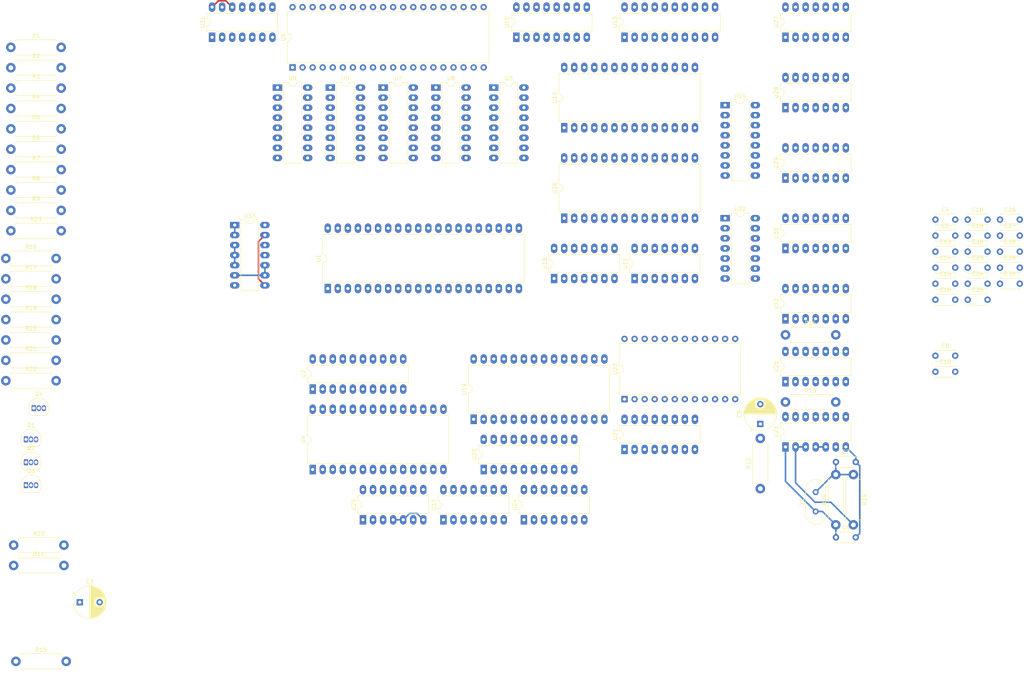
<source format=kicad_pcb>
(kicad_pcb (version 20221018) (generator pcbnew)
  (layers (0 "F.Cu" signal) (31 "B.Cu" signal) (34 "B.Paste" user) (35 "F.Paste" user) (36 "B.SilkS" user "B.Silkscreen") (37 "F.SilkS" user "F.Silkscreen") (38 "B.Mask" user) (39 "F.Mask" user) (44 "Edge.Cuts" user))
  (net 0 "")
  (net 1 "Net-(D4-A)")
  (net 2 "Net-(Q1-B)")
  (net 3 "GND")
  (net 4 "/RX")
  (net 5 "Net-(D6-K)")
  (net 6 "/DOUT#")
  (net 7 "Net-(Q3-B)")
  (net 8 "+5V")
  (net 9 "Net-(Q4-B)")
  (net 10 "Net-(Q4-E)")
  (net 11 "/~{40Z}")
  (net 12 "+12V")
  (net 13 "/DOUT")
  (net 14 "/DIN")
  (net 15 "/TX")
  (net 16 "/GA0")
  (net 17 "Net-(D2-K)")
  (net 18 "Net-(D9-A)")
  (net 19 "Net-(C9-Pad1)")
  (net 20 "/Clock/GRAPH")
  (net 21 "/E")
  (net 22 "Net-(D10-A)")
  (net 23 "Net-(D11-A)")
  (net 24 "Net-(J6-In)")
  (net 25 "Net-(D12-A)")
  (net 26 "Net-(R22-Pad1)")
  (net 27 "/~{IRQ}")
  (net 28 "/A3")
  (net 29 "/D3")
  (net 30 "/D4")
  (net 31 "/A4")
  (net 32 "/A0")
  (net 33 "/D0")
  (net 34 "/D5")
  (net 35 "/A5")
  (net 36 "/A6")
  (net 37 "/D6")
  (net 38 "/D7")
  (net 39 "/A7")
  (net 40 "/A1")
  (net 41 "/D1")
  (net 42 "/D2")
  (net 43 "/A2")
  (net 44 "Net-(U3A-E)")
  (net 45 "/A12")
  (net 46 "/A13")
  (net 47 "/~{ACIA}")
  (net 49 "/~{CRT}")
  (net 51 "/~{CEROM}")
  (net 52 "/~{GRAM}")
  (net 53 "/~{TRAM}")
  (net 54 "/A15")
  (net 55 "/A14")
  (net 56 "/A10")
  (net 57 "/A11")
  (net 58 "/A9")
  (net 59 "/A8")
  (net 61 "/Video/V{slash}~{C}")
  (net 62 "/Video/V0")
  (net 63 "/GA1")
  (net 64 "/Video/V1")
  (net 65 "/GA2")
  (net 66 "/GA3")
  (net 67 "/Video/V2")
  (net 68 "/GA4")
  (net 69 "/Video/V3")
  (net 70 "/~{RST}")
  (net 71 "/Video/V4")
  (net 72 "/Video/V5")
  (net 73 "/Video/V6")
  (net 74 "/Video/V7")
  (net 75 "/Video/V8")
  (net 76 "/Video/V9")
  (net 77 "/Video/V10")
  (net 78 "/Video/V11")
  (net 81 "/Graphics/BL")
  (net 82 "/Graphics/CRV")
  (net 83 "/~{E}")
  (net 84 "/R{slash}~{W}")
  (net 86 "/Graphics/R3")
  (net 87 "/Video/R2")
  (net 88 "/Video/R1")
  (net 89 "/Video/R0")
  (net 90 "Net-(U6-HS)")
  (net 91 "Net-(U6-VS)")
  (net 92 "/GA5")
  (net 93 "/TA6")
  (net 94 "/TA7")
  (net 95 "/TA9")
  (net 96 "/TA8")
  (net 97 "/TA11")
  (net 98 "/TA10")
  (net 99 "/GA7")
  (net 100 "/GA6")
  (net 101 "/GA8")
  (net 102 "/GA9")
  (net 103 "/GA10")
  (net 104 "/GA11")
  (net 105 "/GA12")
  (net 106 "/GA13")
  (net 107 "Net-(U11-Pad3)")
  (net 108 "Net-(U17A-Q)")
  (net 109 "/Graphics/TDAT")
  (net 110 "Net-(U11-Pad6)")
  (net 111 "/SCI")
  (net 112 "Net-(U27-Q0)")
  (net 113 "Net-(U16-~{CS1})")
  (net 114 "/TEXT")
  (net 115 "Net-(U12-Pad5)")
  (net 116 "Net-(U12-Pad6)")
  (net 117 "/CPUCLK")
  (net 118 "Net-(U29A-J)")
  (net 119 "Net-(U28B-~{Q})")
  (net 120 "/Clock/~{GRAPH}")
  (net 121 "/Graphics/~{GWR}")
  (net 122 "/Graphics/GD7")
  (net 123 "/Graphics/GD6")
  (net 124 "/Graphics/GD0")
  (net 125 "/Graphics/GD5")
  (net 126 "/Graphics/GD1")
  (net 127 "/Graphics/GD4")
  (net 128 "/Graphics/GD2")
  (net 129 "/Graphics/GD3")
  (net 130 "/~{LD}")
  (net 131 "/DOTCLK")
  (net 133 "/Graphics/GDAT")
  (net 136 "Net-(U17B-Q)")
  (net 137 "/~{WR}")
  (net 138 "/Graphics/~{TWR}")
  (net 139 "/Graphics/CI")
  (net 140 "Net-(U24B-~{R})")
  (net 141 "Net-(U24B-~{S})")
  (net 142 "Net-(U24A-Q)")
  (net 143 "/GTEXT")
  (net 144 "/Graphics/TD0")
  (net 145 "/Graphics/TD1")
  (net 146 "/Graphics/TD2")
  (net 147 "/Graphics/TD3")
  (net 148 "/Graphics/TD4")
  (net 149 "/Graphics/TD5")
  (net 150 "/Graphics/TD6")
  (net 151 "/Graphics/TD7")
  (net 152 "/Graphics/PX2")
  (net 153 "/Graphics/PX3")
  (net 154 "/Graphics/PX4")
  (net 155 "/Graphics/PX5")
  (net 157 "/Graphics/PX0")
  (net 158 "/Graphics/PX1")
  (net 159 "/Graphics/R2")
  (net 160 "/Graphics/R1")
  (net 161 "/Graphics/R0")
  (net 162 "/Graphics/SI")
  (net 163 "/OPT")
  (net 164 "Net-(C6-Pad1)")
  (net 165 "Net-(C7-Pad1)")
  (net 166 "Net-(U23-Pad4)")
  (net 167 "Net-(U26-Cp0)")
  (net 168 "Net-(U27-Mr1)")
  (net 169 "Net-(U23-Pad12)")
  (net 170 "Net-(U24A-~{S})")
  (net 173 "Net-(U24B-Q)")
  (net 174 "/GRAPH")
  (net 175 "Net-(U25-Pad11)")
  (net 179 "Net-(U26-Q1)")
  (net 181 "Net-(U26-Cp1)")
  (net 186 "Net-(U27-Cp0)")
  (net 187 "Net-(U28A-Q)")
  (net 189 "Net-(U28A-C)")
  (net 190 "Net-(U29A-~{Q})")
  (net 191 "Net-(U29A-Q)")
  (net 193 "Net-(U30-Pad3)")
  (net 194 "Net-(U30-Pad5)")
  (net 196 "/P22")
  (net 200 "Net-(R25-Pad2)")
  (net 201 "Net-(JP1-A)")
  (net 202 "Net-(JP1-C)")
  (net 203 "Net-(U11-Pad2)")
  (net 204 "Net-(U12-Pad3)")
  (net 206 "Net-(JP1-B)")
  (net 207 "Net-(U31-Pad3)")
  (net 208 "Net-(U25-Pad1)")
  (net 209 "/Graphics/CSYN")
  (net 210 "Net-(U33-Pad3)")
  (net 211 "Net-(U33-Pad10)")
  (net 212 "Net-(U33-Pad13)")
  (footprint "Resistor_THT:R_Axial_DIN0411_L9.9mm_D3.6mm_P12.70mm_Horizontal" (layer "F.Cu") (at 24.13 190.71)
    (fp_text reference "R15")
    (fp_text value "1k2")
  )
  (footprint "Capacitor_THT:C_Disc_D4.7mm_W2.5mm_P5.00mm" (layer "F.Cu") (at 264.45 83.13)
    (fp_text reference "C19")
    (fp_text value "100n")
  )
  (footprint "Capacitor_THT:C_Disc_D4.7mm_W2.5mm_P5.00mm" (layer "F.Cu") (at 264.45 99.33)
    (fp_text reference "C25")
    (fp_text value "22n")
  )
  (footprint "Capacitor_THT:C_Disc_D4.7mm_W2.5mm_P5.00mm" (layer "F.Cu") (at 272.6 83.13)
    (fp_text reference "C27")
    (fp_text value "100n")
  )
  (footprint "Package_DIP:DIP-40_W15.24mm" (layer "F.Cu") (at 93.98 40.64 90)
    (fp_text reference "U6")
    (fp_text value "MC6845")
  )
  (footprint "Package_DIP:DIP-14_W7.62mm_LongPads" (layer "F.Cu") (at 111.76 154.94 90)
    (fp_text reference "U25")
    (fp_text value "74LS00")
  )
  (footprint "Capacitor_THT:CP_Radial_D8.0mm_P5.00mm" (layer "F.Cu") (at 40.269349 175.768)
    (fp_text reference "C3")
    (fp_text value "47u/25")
  )
  (footprint "Capacitor_THT:CP_Radial_D8.0mm_P5.00mm" (layer "F.Cu") (at 212.09 130.73 90)
    (fp_text reference "C9")
    (fp_text value "47u")
  )
  (footprint "Package_DIP:DIP-20_W7.62mm_LongPads" (layer "F.Cu") (at 99.06 121.92 90)
    (fp_text reference "U2")
    (fp_text value "74LS373")
  )
  (footprint "Capacitor_THT:C_Disc_D4.7mm_W2.5mm_P5.00mm" (layer "F.Cu") (at 256.3 91.23)
    (fp_text reference "C14")
    (fp_text value "100n")
  )
  (footprint "Capacitor_THT:C_Disc_D4.7mm_W2.5mm_P5.00mm" (layer "F.Cu") (at 256.3 99.33)
    (fp_text reference "C16")
    (fp_text value "100n")
  )
  (footprint "Resistor_THT:R_Axial_DIN0411_L9.9mm_D3.6mm_P12.70mm_Horizontal" (layer "F.Cu") (at 235.585 143.51 -90)
    (fp_text reference "R25")
    (fp_text value "1k2")
  )
  (footprint "Package_DIP:DIP-16_W7.62mm_LongPads" (layer "F.Cu") (at 130.175 45.72)
    (fp_text reference "U8")
    (fp_text value "74LS257")
  )
  (footprint "Package_DIP:DIP-14_W7.62mm_LongPads" (layer "F.Cu") (at 218.44 86.36 90)
    (fp_text reference "U30")
    (fp_text value "74LS00")
  )
  (footprint "Package_DIP:DIP-14_W7.62mm_LongPads" (layer "F.Cu") (at 218.44 104.14 90)
    (fp_text reference "U12")
    (fp_text value "74LS00")
  )
  (footprint "Capacitor_THT:C_Disc_D4.7mm_W2.5mm_P5.00mm" (layer "F.Cu") (at 264.45 87.18)
    (fp_text reference "C20")
    (fp_text value "100n")
  )
  (footprint "Capacitor_THT:C_Disc_D4.7mm_W2.5mm_P5.00mm" (layer "F.Cu") (at 256.3 113.48)
    (fp_text reference "C8")
    (fp_text value "100n")
  )
  (footprint "Package_DIP:DIP-20_W7.62mm_LongPads" (layer "F.Cu") (at 142.24 142.24 90)
    (fp_text reference "U20")
    (fp_text value "74LS245")
  )
  (footprint "Resistor_THT:R_Axial_DIN0411_L9.9mm_D3.6mm_P12.70mm_Horizontal" (layer "F.Cu") (at 22.86 35.56)
    (fp_text reference "R1")
    (fp_text value "2k2")
  )
  (footprint "Resistor_THT:R_Axial_DIN0411_L9.9mm_D3.6mm_P12.70mm_Horizontal" (layer "F.Cu") (at 21.59 114.65)
    (fp_text reference "R21")
    (fp_text value "1k")
  )
  (footprint "Package_DIP:DIP-14_W7.62mm_LongPads" (layer "F.Cu") (at 218.44 33.02 90)
    (fp_text reference "U27")
    (fp_text value "74LS293")
  )
  (footprint "Resistor_THT:R_Axial_DIN0411_L9.9mm_D3.6mm_P12.70mm_Horizontal" (layer "F.Cu") (at 21.59 104.35)
    (fp_text reference "R19")
    (fp_text value "82E")
  )
  (footprint "Crystal:Crystal_HC49-U_Vertical" (layer "F.Cu") (at 226.06 152.835 90)
    (fp_text reference "Y1")
    (fp_text value "19M66")
  )
  (footprint "Capacitor_THT:C_Disc_D4.7mm_W2.5mm_P5.00mm" (layer "F.Cu") (at 231.18 159.385)
    (fp_text reference "C6")
    (fp_text value "22p")
  )
  (footprint "Package_DIP:DIP-14_W7.62mm_LongPads" (layer "F.Cu") (at 152.4 154.94 90)
    (fp_text reference "U24")
    (fp_text value "74LS74")
  )
  (footprint "Package_DIP:DIP-24_W15.24mm" (layer "F.Cu") (at 177.8 124.46 90)
    (fp_text reference "U22")
    (fp_text value "27C32")
  )
  (footprint "Package_DIP:DIP-14_W7.62mm_LongPads" (layer "F.Cu") (at 218.44 136.525 90)
    (fp_text reference "U23")
    (fp_text value "74HC04")
  )
  (footprint "Capacitor_THT:C_Disc_D4.7mm_W2.5mm_P5.00mm" (layer "F.Cu") (at 264.45 79.08)
    (fp_text reference "C18")
    (fp_text value "100n")
  )
  (footprint "Resistor_THT:R_Axial_DIN0411_L9.9mm_D3.6mm_P12.70mm_Horizontal" (layer "F.Cu") (at 21.59 99.2)
    (fp_text reference "R18")
    (fp_text value "220E")
  )
  (footprint "Resistor_THT:R_Axial_DIN0411_L9.9mm_D3.6mm_P12.70mm_Horizontal" (layer "F.Cu") (at 23.56 166.49)
    (fp_text reference "R11")
    (fp_text value "220E")
  )
  (footprint "Package_TO_SOT_THT:TO-92_Inline" (layer "F.Cu") (at 26.67 146.2)
    (fp_text reference "Q3")
    (fp_text value "BC337")
  )
  (footprint "Package_TO_SOT_THT:TO-92_Inline" (layer "F.Cu") (at 28.65 126.73)
    (fp_text reference "Q4")
    (fp_text value "BC337")
  )
  (footprint "Resistor_THT:R_Axial_DIN0411_L9.9mm_D3.6mm_P12.70mm_Horizontal" (layer "F.Cu") (at 22.86 66.46)
    (fp_text reference "R7")
    (fp_text value "1k")
  )
  (footprint "Capacitor_THT:C_Disc_D4.7mm_W2.5mm_P5.00mm" (layer "F.Cu") (at 272.6 87.18)
    (fp_text reference "C28")
    (fp_text value "22n")
  )
  (footprint "Package_DIP:DIP-16_W7.62mm_LongPads" (layer "F.Cu") (at 177.8 137.16 90)
    (fp_text reference "U21")
    (fp_text value "74LS165")
  )
  (footprint "Capacitor_THT:C_Disc_D4.7mm_W2.5mm_P5.00mm" (layer "F.Cu") (at 264.45 95.28)
    (fp_text reference "C24")
    (fp_text value "22n")
  )
  (footprint "Package_DIP:DIP-16_W7.62mm_LongPads" (layer "F.Cu") (at 90.17 45.72)
    (fp_text reference "U9")
    (fp_text value "74LS257")
  )
  (footprint "Resistor_THT:R_Axial_DIN0411_L9.9mm_D3.6mm_P12.70mm_Horizontal" (layer "F.Cu") (at 22.86 51.01)
    (fp_text reference "R4")
    (fp_text value "1k")
  )
  (footprint "Package_DIP:DIP-28_W15.24mm_LongPads" (layer "F.Cu") (at 162.56 78.74 90)
    (fp_text reference "U16")
    (fp_text value "UM6264DM")
  )
  (footprint "Capacitor_THT:C_Disc_D4.7mm_W2.5mm_P5.00mm" (layer "F.Cu") (at 264.45 91.23)
    (fp_text reference "C23")
    (fp_text value "22n")
  )
  (footprint "Resistor_THT:R_Axial_DIN0411_L9.9mm_D3.6mm_P12.70mm_Horizontal" (layer "F.Cu") (at 231.14 156.21 90)
    (fp_text reference "R24")
    (fp_text value "100k")
  )
  (footprint "Package_TO_SOT_THT:TO-92_Inline" (layer "F.Cu") (at 26.67 134.62)
    (fp_text reference "Q1")
    (fp_text value "BC337")
  )
  (footprint "Resistor_THT:R_Axial_DIN0411_L9.9mm_D3.6mm_P12.70mm_Horizontal" (layer "F.Cu") (at 22.86 76.76)
    (fp_text reference "R9")
    (fp_text value "1k")
  )
  (footprint "Capacitor_THT:C_Disc_D4.7mm_W2.5mm_P5.00mm" (layer "F.Cu") (at 272.6 95.28)
    (fp_text reference "C30")
    (fp_text value "22n")
  )
  (footprint "Package_DIP:DIP-16_W7.62mm_LongPads" (layer "F.Cu") (at 116.84 45.72)
    (fp_text reference "U7")
    (fp_text value "74LS257")
  )
  (footprint "Package_DIP:DIP-14_W7.62mm_LongPads" (layer "F.Cu") (at 218.44 50.8 90)
    (fp_text reference "U28")
    (fp_text value "74LS107")
  )
  (footprint "Resistor_THT:R_Axial_DIN0411_L9.9mm_D3.6mm_P12.70mm_Horizontal" (layer "F.Cu") (at 21.59 119.8)
    (fp_text reference "R22")
    (fp_text value "220E")
  )
  (footprint "Package_DIP:DIP-14_W7.62mm_LongPads" (layer "F.Cu") (at 73.66 33.02 90)
    (fp_text reference "U31")
    (fp_text value "74LS86")
  )
  (footprint "Resistor_THT:R_Axial_DIN0411_L9.9mm_D3.6mm_P12.70mm_Horizontal" (layer "F.Cu") (at 23.56 161.34)
    (fp_text reference "R10")
    (fp_text value "100E")
  )
  (footprint "Resistor_THT:R_Axial_DIN0411_L9.9mm_D3.6mm_P12.70mm_Horizontal" (layer "F.Cu") (at 212.09 147.066 90)
    (fp_text reference "R12")
    (fp_text value "10k")
  )
  (footprint "Package_DIP:DIP-16_W7.62mm_LongPads" (layer "F.Cu") (at 103.505 45.72)
    (fp_text reference "U5")
    (fp_text value "74LS257")
  )
  (footprint "Package_DIP:DIP-28_W15.24mm_LongPads" (layer "F.Cu") (at 139.7 129.54 90)
    (fp_text reference "U19")
    (fp_text value "UM6264DM")
  )
  (footprint "Resistor_THT:R_Axial_DIN0411_L9.9mm_D3.6mm_P12.70mm_Horizontal" (layer "F.Cu") (at 22.86 40.71)
    (fp_text reference "R2")
    (fp_text value "1k")
  )
  (footprint "Capacitor_THT:C_Disc_D4.7mm_W2.5mm_P5.00mm" (layer "F.Cu") (at 256.3 117.53)
    (fp_text reference "C10")
    (fp_text value "220p")
  )
  (footprint "Package_DIP:DIP-14_W7.62mm_LongPads" (layer "F.Cu") (at 79.38 80.46)
    (fp_text reference "U33")
    (fp_text value "74LS32")
  )
  (footprint "Resistor_THT:R_Axial_DIN0411_L9.9mm_D3.6mm_P12.70mm_Horizontal" (layer "F.Cu") (at 22.86 56.16)
    (fp_text reference "R5")
    (fp_text value "4k7")
  )
  (footprint "Resistor_THT:R_Axial_DIN0411_L9.9mm_D3.6mm_P12.70mm_Horizontal" (layer "F.Cu") (at 22.86 45.86)
    (fp_text reference "R3")
    (fp_text value "10k")
  )
  (footprint "Package_DIP:DIP-14_W7.62mm_LongPads" (layer "F.Cu") (at 180.34 93.98 90)
    (fp_text reference "U11")
    (fp_text value "74LS86")
  )
  (footprint "Capacitor_THT:C_Disc_D4.7mm_W2.5mm_P5.00mm" (layer "F.Cu") (at 256.3 83.13)
    (fp_text reference "C5")
    (fp_text value "100n")
  )
  (footprint "Package_DIP:DIP-14_W7.62mm_LongPads" (layer "F.Cu") (at 132.08 154.94 90)
    (fp_text reference "U17")
    (fp_text value "74LS74")
  )
  (footprint "Resistor_THT:R_Axial_DIN0411_L9.9mm_D3.6mm_P12.70mm_Horizontal" (layer "F.Cu") (at 21.59 94.05)
    (fp_text reference "R17")
    (fp_text value "1k")
  )
  (footprint "Package_DIP:DIP-14_W7.62mm_LongPads" (layer "F.Cu") (at 203.2 78.74)
    (fp_text reference "U32")
    (fp_text value "74LS08")
  )
  (footprint "Capacitor_THT:C_Disc_D4.7mm_W2.5mm_P5.00mm" (layer "F.Cu") (at 256.3 87.18)
    (fp_text reference "C13")
    (fp_text value "100n")
  )
  (footprint "Capacitor_THT:C_Disc_D4.7mm_W2.5mm_P5.00mm" (layer "F.Cu") (at 272.6 79.08)
    (fp_text reference "C26")
    (fp_text value "22n")
  )
  (footprint "Capacitor_THT:C_Disc_D4.7mm_W2.5mm_P5.00mm" (layer "F.Cu") (at 272.6 91.23)
    (fp_text reference "C29")
    (fp_text value "22n")
  )
  (footprint "Package_DIP:DIP-28_W15.24mm_LongPads" (layer "F.Cu") (at 99.06 142.24 90)
    (fp_text reference "U4")
    (fp_text value "27C64")
  )
  (footprint "Package_DIP:DIP-28_W15.24mm_LongPads" (layer "F.Cu") (at 162.56 55.88 90)
    (fp_text reference "U15")
    (fp_text value "UM6264DM")
  )
  (footprint "Package_DIP:DIP-14_W7.62mm_LongPads" (layer "F.Cu") (at 160.02 93.98 90)
    (fp_text reference "U18")
    (fp_text value "74LS32")
  )
  (footprint "Package_DIP:DIP-16_W7.62mm_LongPads" (layer "F.Cu") (at 144.78 45.72)
    (fp_text reference "U3")
    (fp_text value "74LS139")
  )
  (footprint "Package_DIP:DIP-16_W7.62mm_LongPads" (layer "F.Cu") (at 203.2 50.165)
    (fp_text reference "U14")
    (fp_text value "74LS165")
  )
  (footprint "Resistor_THT:R_Axial_DIN0411_L9.9mm_D3.6mm_P12.70mm_Horizontal" (layer "F.Cu") (at 22.86 61.31)
    (fp_text reference "R6")
    (fp_text value "1k")
  )
  (footprint "Package_DIP:DIP-16_W7.62mm_LongPads" (layer "F.Cu") (at 150.495 33.02 90)
    (fp_text reference "U10")
    (fp_text value "74LS257")
  )
  (footprint "Package_TO_SOT_THT:TO-92_Inline" (layer "F.Cu") (at 26.67 140.41)
    (fp_text reference "Q2")
    (fp_text value "BC337")
  )
  (footprint "Resistor_THT:R_Axial_DIN0411_L9.9mm_D3.6mm_P12.70mm_Horizontal" (layer "F.Cu") (at 21.59 88.9)
    (fp_text reference "R16")
    (fp_text value "390E")
  )
  (footprint "Resistor_THT:R_Axial_DIN0411_L9.9mm_D3.6mm_P12.70mm_Horizontal" (layer "F.Cu") (at 218.435 125.18)
    (fp_text reference "R13")
    (fp_text value "100k")
  )
  (footprint "Package_DIP:DIP-14_W7.62mm_LongPads" (layer "F.Cu") (at 218.435 120.03 90)
    (fp_text reference "U26")
    (fp_text value "74LS293")
  )
  (footprint "Resistor_THT:R_Axial_DIN0411_L9.9mm_D3.6mm_P12.70mm_Horizontal" (layer "F.Cu") (at 21.59 109.5)
    (fp_text reference "R20")
    (fp_text value "10E")
  )
  (footprint "Capacitor_THT:C_Disc_D4.7mm_W2.5mm_P5.00mm" (layer "F.Cu") (at 256.3 95.28)
    (fp_text reference "C15")
    (fp_text value "100n")
  )
  (footprint "Package_DIP:DIP-40_W15.24mm_LongPads" (layer "F.Cu") (at 102.875 96.5 90)
    (fp_text reference "U1")
    (fp_text value "MC6803")
  )
  (footprint "Package_DIP:DIP-20_W7.62mm_LongPads" (layer "F.Cu") (at 177.8 33.02 90)
    (fp_text reference "U13")
    (fp_text value "74LS245")
  )
  (footprint "Capacitor_THT:C_Disc_D4.7mm_W2.5mm_P5.00mm" (layer "F.Cu") (at 231.18 140.335)
    (fp_text reference "C7")
    (fp_text value "47p")
  )
  (footprint "Resistor_THT:R_Axial_DIN0411_L9.9mm_D3.6mm_P12.70mm_Horizontal" (layer "F.Cu") (at 22.86 71.61)
    (fp_text reference "R8")
    (fp_text value "1k")
  )
  (footprint "Resistor_THT:R_Axial_DIN0411_L9.9mm_D3.6mm_P12.70mm_Horizontal" (layer "F.Cu") (at 218.44 108.204)
    (fp_text reference "R14")
    (fp_text value "2k2")
  )
  (footprint "Resistor_THT:R_Axial_DIN0411_L9.9mm_D3.6mm_P12.70mm_Horizontal" (layer "F.Cu") (at 22.86 81.91)
    (fp_text reference "R23")
    (fp_text value "10k")
  )
  (footprint "Package_DIP:DIP-14_W7.62mm_LongPads" (layer "F.Cu") (at 218.44 68.58 90)
    (fp_text reference "U29")
    (fp_text value "74LS107")
  )
  (footprint "Capacitor_THT:C_Disc_D4.7mm_W2.5mm_P5.00mm" (layer "F.Cu") (at 256.3 79.08)
    (fp_text reference "C4")
    (fp_text value "100n")
  )
  (segment (start 237.185 158.38) (end 236.18 159.385) (width 0.4) (layer "B.Cu") (net 3))
  (segment (start 123.52 153.34) (end 125.4 153.34) (width 0.4) (layer "B.Cu") (net 3))
  (segment (start 119.38 154.94) (end 121.92 154.94) (width 0.4) (layer "B.Cu") (net 3))
  (segment (start 121.92 154.94) (end 123.52 153.34) (width 0.4) (layer "B.Cu") (net 3))
  (segment (start 236.18 139.025) (end 233.68 136.525) (width 0.4) (layer "B.Cu") (net 3))
  (segment (start 125.4 153.34) (end 127 154.94) (width 0.4) (layer "B.Cu") (net 3))
  (segment (start 236.18 140.335) (end 237.185 141.34) (width 0.4) (layer "B.Cu") (net 3))
  (segment (start 236.18 140.335) (end 236.18 139.025) (width 0.4) (layer "B.Cu") (net 3))
  (segment (start 237.185 141.34) (end 237.185 158.38) (width 0.4) (layer "B.Cu") (net 3))
  (segment (start 73.66 25.4) (end 75.26 23.8) (width 0.4) (layer "F.Cu") (net 8))
  (segment (start 75.26 23.8) (end 77.14 23.8) (width 0.4) (layer "F.Cu") (net 8))
  (segment (start 77.14 23.8) (end 78.74 25.4) (width 0.4) (layer "F.Cu") (net 8))
  (segment (start 79.38 80.46) (end 79.38 83) (width 0.4) (layer "B.Cu") (net 83))
  (segment (start 231.18 159.385) (end 231.18 156.25) (width 0.4) (layer "B.Cu") (net 164))
  (segment (start 218.44 136.525) (end 218.44 145.215) (width 0.4) (layer "B.Cu") (net 164))
  (segment (start 218.44 145.215) (end 226.06 152.835) (width 0.4) (layer "B.Cu") (net 164))
  (segment (start 226.06 152.835) (end 227.765 152.835) (width 0.4) (layer "B.Cu") (net 164))
  (segment (start 231.18 156.25) (end 231.14 156.21) (width 0.4) (layer "B.Cu") (net 164))
  (segment (start 227.765 152.835) (end 231.14 156.21) (width 0.4) (layer "B.Cu") (net 164))
  (segment (start 230.505 143.51) (end 231.14 143.51) (width 0.4) (layer "B.Cu") (net 165))
  (segment (start 231.14 143.51) (end 231.14 140.375) (width 0.4) (layer "B.Cu") (net 165))
  (segment (start 231.14 140.375) (end 231.18 140.335) (width 0.4) (layer "B.Cu") (net 165))
  (segment (start 226.06 147.955) (end 230.505 143.51) (width 0.4) (layer "B.Cu") (net 165))
  (segment (start 231.14 143.51) (end 235.585 143.51) (width 0.4) (layer "B.Cu") (net 165))
  (segment (start 226.06 136.525) (end 228.6 136.525) (width 0.4) (layer "B.Cu") (net 166))
  (segment (start 220.98 136.525) (end 223.52 136.525) (width 0.4) (layer "B.Cu") (net 200))
  (segment (start 225.881827 150.495) (end 229.87 150.495) (width 0.4) (layer "B.Cu") (net 200))
  (segment (start 220.98 136.525) (end 220.98 145.593173) (width 0.4) (layer "B.Cu") (net 200))
  (segment (start 220.98 145.593173) (end 225.881827 150.495) (width 0.4) (layer "B.Cu") (net 200))
  (segment (start 229.87 150.495) (end 235.585 156.21) (width 0.4) (layer "B.Cu") (net 200))
  (segment (start 79.38 85.54) (end 79.38 90.62) (width 0.4) (layer "B.Cu") (net 210))
  (segment (start 79.38 93.16) (end 87 93.16) (width 0.4) (layer "B.Cu") (net 211))
  (segment (start 87 90.62) (end 87 93.16) (width 0.4) (layer "B.Cu") (net 211))
  (segment (start 85.4 84.6) (end 87 83) (width 0.4) (layer "F.Cu") (net 212))
  (segment (start 85.4 94.1) (end 85.4 84.6) (width 0.4) (layer "F.Cu") (net 212))
  (segment (start 87 95.7) (end 85.4 94.1) (width 0.4) (layer "F.Cu") (net 212))
)
</source>
